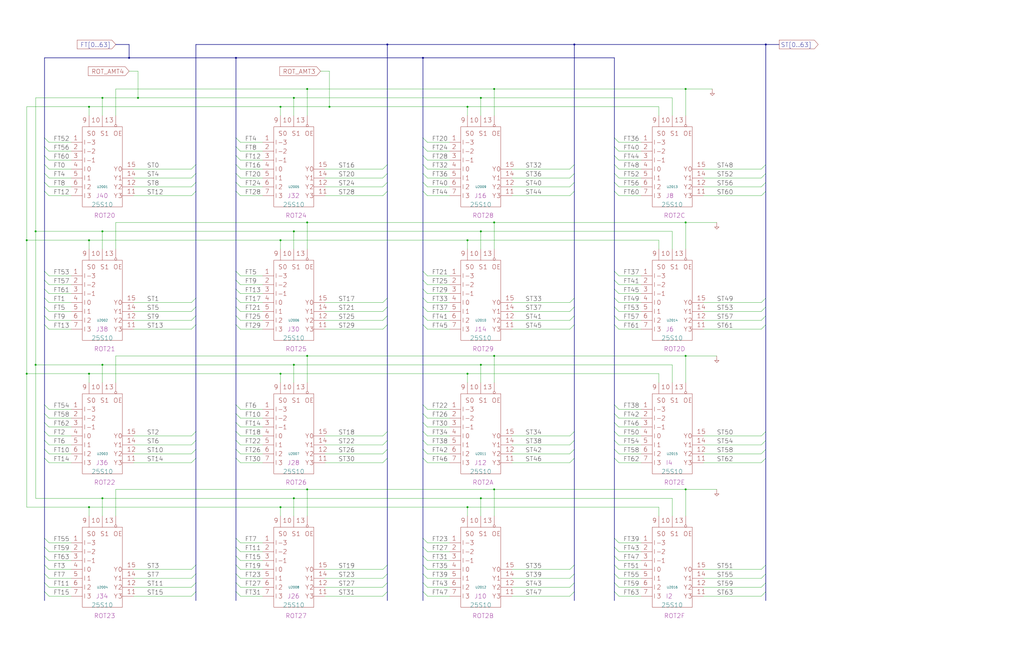
<source format=kicad_sch>
(kicad_sch (version 20211123) (generator eeschema)
  (paper "User" 584.2 378.46)
  (title_block (title "ROTATOR TIER 2") (date "20-MAR-90") (rev "1.0") (comment 1 "FIU") (comment 2 "232-003065") (comment 3 "S400") (comment 4 "RELEASED"))
  (bus (pts (xy 111.76 104.14) (xy 111.76 109.22)))
  (bus (pts (xy 111.76 109.22) (xy 111.76 170.18)))
  (bus (pts (xy 111.76 170.18) (xy 111.76 175.26)))
  (bus (pts (xy 111.76 175.26) (xy 111.76 180.34)))
  (bus (pts (xy 111.76 180.34) (xy 111.76 185.42)))
  (bus (pts (xy 111.76 185.42) (xy 111.76 246.38)))
  (bus (pts (xy 111.76 246.38) (xy 111.76 251.46)))
  (bus (pts (xy 111.76 25.4) (xy 111.76 93.98)))
  (bus (pts (xy 111.76 25.4) (xy 220.98 25.4)))
  (bus (pts (xy 111.76 251.46) (xy 111.76 256.54)))
  (bus (pts (xy 111.76 256.54) (xy 111.76 261.62)))
  (bus (pts (xy 111.76 261.62) (xy 111.76 322.58)))
  (bus (pts (xy 111.76 322.58) (xy 111.76 327.66)))
  (bus (pts (xy 111.76 327.66) (xy 111.76 332.74)))
  (bus (pts (xy 111.76 332.74) (xy 111.76 337.82)))
  (bus (pts (xy 111.76 337.82) (xy 111.76 342.9)))
  (bus (pts (xy 111.76 93.98) (xy 111.76 99.06)))
  (bus (pts (xy 111.76 99.06) (xy 111.76 104.14)))
  (bus (pts (xy 134.62 104.14) (xy 134.62 109.22)))
  (bus (pts (xy 134.62 109.22) (xy 134.62 154.94)))
  (bus (pts (xy 134.62 154.94) (xy 134.62 160.02)))
  (bus (pts (xy 134.62 160.02) (xy 134.62 165.1)))
  (bus (pts (xy 134.62 165.1) (xy 134.62 170.18)))
  (bus (pts (xy 134.62 170.18) (xy 134.62 175.26)))
  (bus (pts (xy 134.62 175.26) (xy 134.62 180.34)))
  (bus (pts (xy 134.62 180.34) (xy 134.62 185.42)))
  (bus (pts (xy 134.62 185.42) (xy 134.62 231.14)))
  (bus (pts (xy 134.62 231.14) (xy 134.62 236.22)))
  (bus (pts (xy 134.62 236.22) (xy 134.62 241.3)))
  (bus (pts (xy 134.62 241.3) (xy 134.62 246.38)))
  (bus (pts (xy 134.62 246.38) (xy 134.62 251.46)))
  (bus (pts (xy 134.62 251.46) (xy 134.62 256.54)))
  (bus (pts (xy 134.62 256.54) (xy 134.62 261.62)))
  (bus (pts (xy 134.62 261.62) (xy 134.62 307.34)))
  (bus (pts (xy 134.62 307.34) (xy 134.62 312.42)))
  (bus (pts (xy 134.62 312.42) (xy 134.62 317.5)))
  (bus (pts (xy 134.62 317.5) (xy 134.62 322.58)))
  (bus (pts (xy 134.62 322.58) (xy 134.62 327.66)))
  (bus (pts (xy 134.62 327.66) (xy 134.62 332.74)))
  (bus (pts (xy 134.62 33.02) (xy 134.62 78.74)))
  (bus (pts (xy 134.62 33.02) (xy 241.3 33.02)))
  (bus (pts (xy 134.62 332.74) (xy 134.62 337.82)))
  (bus (pts (xy 134.62 337.82) (xy 134.62 342.9)))
  (bus (pts (xy 134.62 78.74) (xy 134.62 83.82)))
  (bus (pts (xy 134.62 83.82) (xy 134.62 88.9)))
  (bus (pts (xy 134.62 88.9) (xy 134.62 93.98)))
  (bus (pts (xy 134.62 93.98) (xy 134.62 99.06)))
  (bus (pts (xy 134.62 99.06) (xy 134.62 104.14)))
  (bus (pts (xy 220.98 104.14) (xy 220.98 109.22)))
  (bus (pts (xy 220.98 109.22) (xy 220.98 170.18)))
  (bus (pts (xy 220.98 170.18) (xy 220.98 175.26)))
  (bus (pts (xy 220.98 175.26) (xy 220.98 180.34)))
  (bus (pts (xy 220.98 180.34) (xy 220.98 185.42)))
  (bus (pts (xy 220.98 185.42) (xy 220.98 246.38)))
  (bus (pts (xy 220.98 246.38) (xy 220.98 251.46)))
  (bus (pts (xy 220.98 25.4) (xy 220.98 93.98)))
  (bus (pts (xy 220.98 25.4) (xy 327.66 25.4)))
  (bus (pts (xy 220.98 251.46) (xy 220.98 256.54)))
  (bus (pts (xy 220.98 256.54) (xy 220.98 261.62)))
  (bus (pts (xy 220.98 261.62) (xy 220.98 322.58)))
  (bus (pts (xy 220.98 322.58) (xy 220.98 327.66)))
  (bus (pts (xy 220.98 327.66) (xy 220.98 332.74)))
  (bus (pts (xy 220.98 332.74) (xy 220.98 337.82)))
  (bus (pts (xy 220.98 337.82) (xy 220.98 342.9)))
  (bus (pts (xy 220.98 93.98) (xy 220.98 99.06)))
  (bus (pts (xy 220.98 99.06) (xy 220.98 104.14)))
  (bus (pts (xy 241.3 104.14) (xy 241.3 109.22)))
  (bus (pts (xy 241.3 109.22) (xy 241.3 154.94)))
  (bus (pts (xy 241.3 154.94) (xy 241.3 160.02)))
  (bus (pts (xy 241.3 160.02) (xy 241.3 165.1)))
  (bus (pts (xy 241.3 165.1) (xy 241.3 170.18)))
  (bus (pts (xy 241.3 170.18) (xy 241.3 175.26)))
  (bus (pts (xy 241.3 175.26) (xy 241.3 180.34)))
  (bus (pts (xy 241.3 180.34) (xy 241.3 185.42)))
  (bus (pts (xy 241.3 185.42) (xy 241.3 231.14)))
  (bus (pts (xy 241.3 231.14) (xy 241.3 236.22)))
  (bus (pts (xy 241.3 236.22) (xy 241.3 241.3)))
  (bus (pts (xy 241.3 241.3) (xy 241.3 246.38)))
  (bus (pts (xy 241.3 246.38) (xy 241.3 251.46)))
  (bus (pts (xy 241.3 251.46) (xy 241.3 256.54)))
  (bus (pts (xy 241.3 256.54) (xy 241.3 261.62)))
  (bus (pts (xy 241.3 261.62) (xy 241.3 307.34)))
  (bus (pts (xy 241.3 307.34) (xy 241.3 312.42)))
  (bus (pts (xy 241.3 312.42) (xy 241.3 317.5)))
  (bus (pts (xy 241.3 317.5) (xy 241.3 322.58)))
  (bus (pts (xy 241.3 322.58) (xy 241.3 327.66)))
  (bus (pts (xy 241.3 327.66) (xy 241.3 332.74)))
  (bus (pts (xy 241.3 33.02) (xy 241.3 78.74)))
  (bus (pts (xy 241.3 33.02) (xy 350.52 33.02)))
  (bus (pts (xy 241.3 332.74) (xy 241.3 337.82)))
  (bus (pts (xy 241.3 337.82) (xy 241.3 342.9)))
  (bus (pts (xy 241.3 78.74) (xy 241.3 83.82)))
  (bus (pts (xy 241.3 83.82) (xy 241.3 88.9)))
  (bus (pts (xy 241.3 88.9) (xy 241.3 93.98)))
  (bus (pts (xy 241.3 93.98) (xy 241.3 99.06)))
  (bus (pts (xy 241.3 99.06) (xy 241.3 104.14)))
  (bus (pts (xy 25.4 104.14) (xy 25.4 109.22)))
  (bus (pts (xy 25.4 109.22) (xy 25.4 154.94)))
  (bus (pts (xy 25.4 154.94) (xy 25.4 160.02)))
  (bus (pts (xy 25.4 160.02) (xy 25.4 165.1)))
  (bus (pts (xy 25.4 165.1) (xy 25.4 170.18)))
  (bus (pts (xy 25.4 170.18) (xy 25.4 175.26)))
  (bus (pts (xy 25.4 175.26) (xy 25.4 180.34)))
  (bus (pts (xy 25.4 180.34) (xy 25.4 185.42)))
  (bus (pts (xy 25.4 185.42) (xy 25.4 231.14)))
  (bus (pts (xy 25.4 231.14) (xy 25.4 236.22)))
  (bus (pts (xy 25.4 236.22) (xy 25.4 241.3)))
  (bus (pts (xy 25.4 241.3) (xy 25.4 246.38)))
  (bus (pts (xy 25.4 246.38) (xy 25.4 251.46)))
  (bus (pts (xy 25.4 251.46) (xy 25.4 256.54)))
  (bus (pts (xy 25.4 256.54) (xy 25.4 261.62)))
  (bus (pts (xy 25.4 261.62) (xy 25.4 307.34)))
  (bus (pts (xy 25.4 307.34) (xy 25.4 312.42)))
  (bus (pts (xy 25.4 312.42) (xy 25.4 317.5)))
  (bus (pts (xy 25.4 317.5) (xy 25.4 322.58)))
  (bus (pts (xy 25.4 322.58) (xy 25.4 327.66)))
  (bus (pts (xy 25.4 327.66) (xy 25.4 332.74)))
  (bus (pts (xy 25.4 33.02) (xy 25.4 78.74)))
  (bus (pts (xy 25.4 33.02) (xy 73.66 33.02)))
  (bus (pts (xy 25.4 332.74) (xy 25.4 337.82)))
  (bus (pts (xy 25.4 337.82) (xy 25.4 342.9)))
  (bus (pts (xy 25.4 78.74) (xy 25.4 83.82)))
  (bus (pts (xy 25.4 83.82) (xy 25.4 88.9)))
  (bus (pts (xy 25.4 88.9) (xy 25.4 93.98)))
  (bus (pts (xy 25.4 93.98) (xy 25.4 99.06)))
  (bus (pts (xy 25.4 99.06) (xy 25.4 104.14)))
  (bus (pts (xy 327.66 104.14) (xy 327.66 109.22)))
  (bus (pts (xy 327.66 109.22) (xy 327.66 170.18)))
  (bus (pts (xy 327.66 170.18) (xy 327.66 175.26)))
  (bus (pts (xy 327.66 175.26) (xy 327.66 180.34)))
  (bus (pts (xy 327.66 180.34) (xy 327.66 185.42)))
  (bus (pts (xy 327.66 185.42) (xy 327.66 246.38)))
  (bus (pts (xy 327.66 246.38) (xy 327.66 251.46)))
  (bus (pts (xy 327.66 25.4) (xy 327.66 93.98)))
  (bus (pts (xy 327.66 25.4) (xy 436.88 25.4)))
  (bus (pts (xy 327.66 251.46) (xy 327.66 256.54)))
  (bus (pts (xy 327.66 256.54) (xy 327.66 261.62)))
  (bus (pts (xy 327.66 261.62) (xy 327.66 322.58)))
  (bus (pts (xy 327.66 322.58) (xy 327.66 327.66)))
  (bus (pts (xy 327.66 327.66) (xy 327.66 332.74)))
  (bus (pts (xy 327.66 332.74) (xy 327.66 337.82)))
  (bus (pts (xy 327.66 337.82) (xy 327.66 342.9)))
  (bus (pts (xy 327.66 93.98) (xy 327.66 99.06)))
  (bus (pts (xy 327.66 99.06) (xy 327.66 104.14)))
  (bus (pts (xy 350.52 104.14) (xy 350.52 109.22)))
  (bus (pts (xy 350.52 109.22) (xy 350.52 154.94)))
  (bus (pts (xy 350.52 154.94) (xy 350.52 160.02)))
  (bus (pts (xy 350.52 160.02) (xy 350.52 165.1)))
  (bus (pts (xy 350.52 165.1) (xy 350.52 170.18)))
  (bus (pts (xy 350.52 170.18) (xy 350.52 175.26)))
  (bus (pts (xy 350.52 175.26) (xy 350.52 180.34)))
  (bus (pts (xy 350.52 180.34) (xy 350.52 185.42)))
  (bus (pts (xy 350.52 185.42) (xy 350.52 231.14)))
  (bus (pts (xy 350.52 231.14) (xy 350.52 236.22)))
  (bus (pts (xy 350.52 236.22) (xy 350.52 241.3)))
  (bus (pts (xy 350.52 241.3) (xy 350.52 246.38)))
  (bus (pts (xy 350.52 246.38) (xy 350.52 251.46)))
  (bus (pts (xy 350.52 251.46) (xy 350.52 256.54)))
  (bus (pts (xy 350.52 256.54) (xy 350.52 261.62)))
  (bus (pts (xy 350.52 261.62) (xy 350.52 307.34)))
  (bus (pts (xy 350.52 307.34) (xy 350.52 312.42)))
  (bus (pts (xy 350.52 312.42) (xy 350.52 317.5)))
  (bus (pts (xy 350.52 317.5) (xy 350.52 322.58)))
  (bus (pts (xy 350.52 322.58) (xy 350.52 327.66)))
  (bus (pts (xy 350.52 327.66) (xy 350.52 332.74)))
  (bus (pts (xy 350.52 33.02) (xy 350.52 78.74)))
  (bus (pts (xy 350.52 332.74) (xy 350.52 337.82)))
  (bus (pts (xy 350.52 337.82) (xy 350.52 342.9)))
  (bus (pts (xy 350.52 78.74) (xy 350.52 83.82)))
  (bus (pts (xy 350.52 83.82) (xy 350.52 88.9)))
  (bus (pts (xy 350.52 88.9) (xy 350.52 93.98)))
  (bus (pts (xy 350.52 93.98) (xy 350.52 99.06)))
  (bus (pts (xy 350.52 99.06) (xy 350.52 104.14)))
  (bus (pts (xy 436.88 104.14) (xy 436.88 109.22)))
  (bus (pts (xy 436.88 109.22) (xy 436.88 170.18)))
  (bus (pts (xy 436.88 170.18) (xy 436.88 175.26)))
  (bus (pts (xy 436.88 175.26) (xy 436.88 180.34)))
  (bus (pts (xy 436.88 180.34) (xy 436.88 185.42)))
  (bus (pts (xy 436.88 185.42) (xy 436.88 246.38)))
  (bus (pts (xy 436.88 246.38) (xy 436.88 251.46)))
  (bus (pts (xy 436.88 25.4) (xy 436.88 93.98)))
  (bus (pts (xy 436.88 25.4) (xy 444.5 25.4)))
  (bus (pts (xy 436.88 251.46) (xy 436.88 256.54)))
  (bus (pts (xy 436.88 256.54) (xy 436.88 261.62)))
  (bus (pts (xy 436.88 261.62) (xy 436.88 322.58)))
  (bus (pts (xy 436.88 322.58) (xy 436.88 327.66)))
  (bus (pts (xy 436.88 327.66) (xy 436.88 332.74)))
  (bus (pts (xy 436.88 332.74) (xy 436.88 337.82)))
  (bus (pts (xy 436.88 337.82) (xy 436.88 342.9)))
  (bus (pts (xy 436.88 93.98) (xy 436.88 99.06)))
  (bus (pts (xy 436.88 99.06) (xy 436.88 104.14)))
  (bus (pts (xy 66.04 25.4) (xy 73.66 25.4)))
  (bus (pts (xy 73.66 25.4) (xy 73.66 33.02)))
  (bus (pts (xy 73.66 33.02) (xy 134.62 33.02)))
  (wire (pts (xy 137.16 101.6) (xy 149.86 101.6)))
  (wire (pts (xy 137.16 106.68) (xy 149.86 106.68)))
  (wire (pts (xy 137.16 111.76) (xy 149.86 111.76)))
  (wire (pts (xy 137.16 157.48) (xy 149.86 157.48)))
  (wire (pts (xy 137.16 162.56) (xy 149.86 162.56)))
  (wire (pts (xy 137.16 167.64) (xy 149.86 167.64)))
  (wire (pts (xy 137.16 172.72) (xy 149.86 172.72)))
  (wire (pts (xy 137.16 177.8) (xy 149.86 177.8)))
  (wire (pts (xy 137.16 182.88) (xy 149.86 182.88)))
  (wire (pts (xy 137.16 187.96) (xy 149.86 187.96)))
  (wire (pts (xy 137.16 233.68) (xy 149.86 233.68)))
  (wire (pts (xy 137.16 238.76) (xy 149.86 238.76)))
  (wire (pts (xy 137.16 243.84) (xy 149.86 243.84)))
  (wire (pts (xy 137.16 248.92) (xy 149.86 248.92)))
  (wire (pts (xy 137.16 254) (xy 149.86 254)))
  (wire (pts (xy 137.16 259.08) (xy 149.86 259.08)))
  (wire (pts (xy 137.16 264.16) (xy 149.86 264.16)))
  (wire (pts (xy 137.16 309.88) (xy 149.86 309.88)))
  (wire (pts (xy 137.16 314.96) (xy 149.86 314.96)))
  (wire (pts (xy 137.16 320.04) (xy 149.86 320.04)))
  (wire (pts (xy 137.16 325.12) (xy 149.86 325.12)))
  (wire (pts (xy 137.16 330.2) (xy 149.86 330.2)))
  (wire (pts (xy 137.16 335.28) (xy 149.86 335.28)))
  (wire (pts (xy 137.16 340.36) (xy 149.86 340.36)))
  (wire (pts (xy 137.16 81.28) (xy 149.86 81.28)))
  (wire (pts (xy 137.16 86.36) (xy 149.86 86.36)))
  (wire (pts (xy 137.16 91.44) (xy 149.86 91.44)))
  (wire (pts (xy 137.16 96.52) (xy 149.86 96.52)))
  (wire (pts (xy 15.24 137.16) (xy 15.24 60.96)))
  (wire (pts (xy 15.24 137.16) (xy 50.8 137.16)))
  (wire (pts (xy 15.24 213.36) (xy 15.24 137.16)))
  (wire (pts (xy 15.24 213.36) (xy 50.8 213.36)))
  (wire (pts (xy 15.24 289.56) (xy 15.24 213.36)))
  (wire (pts (xy 15.24 60.96) (xy 50.8 60.96)))
  (wire (pts (xy 160.02 137.16) (xy 160.02 142.24)))
  (wire (pts (xy 160.02 137.16) (xy 266.7 137.16)))
  (wire (pts (xy 160.02 213.36) (xy 160.02 218.44)))
  (wire (pts (xy 160.02 213.36) (xy 266.7 213.36)))
  (wire (pts (xy 160.02 289.56) (xy 160.02 294.64)))
  (wire (pts (xy 160.02 289.56) (xy 50.8 289.56)))
  (wire (pts (xy 160.02 60.96) (xy 160.02 66.04)))
  (wire (pts (xy 160.02 60.96) (xy 187.96 60.96)))
  (wire (pts (xy 167.64 132.08) (xy 167.64 142.24)))
  (wire (pts (xy 167.64 132.08) (xy 274.32 132.08)))
  (wire (pts (xy 167.64 208.28) (xy 167.64 218.44)))
  (wire (pts (xy 167.64 208.28) (xy 58.42 208.28)))
  (wire (pts (xy 167.64 284.48) (xy 167.64 294.64)))
  (wire (pts (xy 167.64 284.48) (xy 58.42 284.48)))
  (wire (pts (xy 167.64 55.88) (xy 167.64 66.04)))
  (wire (pts (xy 167.64 55.88) (xy 274.32 55.88)))
  (wire (pts (xy 175.26 127) (xy 175.26 142.24)))
  (wire (pts (xy 175.26 127) (xy 281.94 127)))
  (wire (pts (xy 175.26 203.2) (xy 175.26 218.44)))
  (wire (pts (xy 175.26 203.2) (xy 281.94 203.2)))
  (wire (pts (xy 175.26 279.4) (xy 175.26 294.64)))
  (wire (pts (xy 175.26 279.4) (xy 281.94 279.4)))
  (wire (pts (xy 175.26 50.8) (xy 175.26 66.04)))
  (wire (pts (xy 175.26 50.8) (xy 281.94 50.8)))
  (wire (pts (xy 182.88 40.64) (xy 187.96 40.64)))
  (wire (pts (xy 185.42 101.6) (xy 218.44 101.6)))
  (wire (pts (xy 185.42 106.68) (xy 218.44 106.68)))
  (wire (pts (xy 185.42 111.76) (xy 218.44 111.76)))
  (wire (pts (xy 185.42 172.72) (xy 218.44 172.72)))
  (wire (pts (xy 185.42 177.8) (xy 218.44 177.8)))
  (wire (pts (xy 185.42 182.88) (xy 218.44 182.88)))
  (wire (pts (xy 185.42 187.96) (xy 218.44 187.96)))
  (wire (pts (xy 185.42 248.92) (xy 218.44 248.92)))
  (wire (pts (xy 185.42 254) (xy 218.44 254)))
  (wire (pts (xy 185.42 259.08) (xy 218.44 259.08)))
  (wire (pts (xy 185.42 264.16) (xy 218.44 264.16)))
  (wire (pts (xy 185.42 325.12) (xy 218.44 325.12)))
  (wire (pts (xy 185.42 330.2) (xy 218.44 330.2)))
  (wire (pts (xy 185.42 335.28) (xy 218.44 335.28)))
  (wire (pts (xy 185.42 340.36) (xy 218.44 340.36)))
  (wire (pts (xy 185.42 96.52) (xy 218.44 96.52)))
  (wire (pts (xy 187.96 40.64) (xy 187.96 60.96)))
  (wire (pts (xy 187.96 60.96) (xy 266.7 60.96)))
  (wire (pts (xy 20.32 132.08) (xy 20.32 208.28)))
  (wire (pts (xy 20.32 132.08) (xy 20.32 55.88)))
  (wire (pts (xy 20.32 132.08) (xy 58.42 132.08)))
  (wire (pts (xy 20.32 208.28) (xy 20.32 284.48)))
  (wire (pts (xy 20.32 55.88) (xy 58.42 55.88)))
  (wire (pts (xy 243.84 101.6) (xy 256.54 101.6)))
  (wire (pts (xy 243.84 106.68) (xy 256.54 106.68)))
  (wire (pts (xy 243.84 111.76) (xy 256.54 111.76)))
  (wire (pts (xy 243.84 157.48) (xy 256.54 157.48)))
  (wire (pts (xy 243.84 162.56) (xy 256.54 162.56)))
  (wire (pts (xy 243.84 167.64) (xy 256.54 167.64)))
  (wire (pts (xy 243.84 172.72) (xy 256.54 172.72)))
  (wire (pts (xy 243.84 177.8) (xy 256.54 177.8)))
  (wire (pts (xy 243.84 182.88) (xy 256.54 182.88)))
  (wire (pts (xy 243.84 187.96) (xy 256.54 187.96)))
  (wire (pts (xy 243.84 233.68) (xy 256.54 233.68)))
  (wire (pts (xy 243.84 238.76) (xy 256.54 238.76)))
  (wire (pts (xy 243.84 243.84) (xy 256.54 243.84)))
  (wire (pts (xy 243.84 248.92) (xy 256.54 248.92)))
  (wire (pts (xy 243.84 254) (xy 256.54 254)))
  (wire (pts (xy 243.84 259.08) (xy 256.54 259.08)))
  (wire (pts (xy 243.84 264.16) (xy 256.54 264.16)))
  (wire (pts (xy 243.84 309.88) (xy 256.54 309.88)))
  (wire (pts (xy 243.84 314.96) (xy 256.54 314.96)))
  (wire (pts (xy 243.84 320.04) (xy 256.54 320.04)))
  (wire (pts (xy 243.84 325.12) (xy 256.54 325.12)))
  (wire (pts (xy 243.84 330.2) (xy 256.54 330.2)))
  (wire (pts (xy 243.84 335.28) (xy 256.54 335.28)))
  (wire (pts (xy 243.84 340.36) (xy 256.54 340.36)))
  (wire (pts (xy 243.84 81.28) (xy 256.54 81.28)))
  (wire (pts (xy 243.84 86.36) (xy 256.54 86.36)))
  (wire (pts (xy 243.84 91.44) (xy 256.54 91.44)))
  (wire (pts (xy 243.84 96.52) (xy 256.54 96.52)))
  (wire (pts (xy 266.7 137.16) (xy 266.7 142.24)))
  (wire (pts (xy 266.7 137.16) (xy 375.92 137.16)))
  (wire (pts (xy 266.7 213.36) (xy 266.7 218.44)))
  (wire (pts (xy 266.7 213.36) (xy 375.92 213.36)))
  (wire (pts (xy 266.7 289.56) (xy 160.02 289.56)))
  (wire (pts (xy 266.7 289.56) (xy 266.7 294.64)))
  (wire (pts (xy 266.7 60.96) (xy 266.7 66.04)))
  (wire (pts (xy 266.7 60.96) (xy 375.92 60.96)))
  (wire (pts (xy 27.94 101.6) (xy 40.64 101.6)))
  (wire (pts (xy 27.94 106.68) (xy 40.64 106.68)))
  (wire (pts (xy 27.94 111.76) (xy 40.64 111.76)))
  (wire (pts (xy 27.94 157.48) (xy 40.64 157.48)))
  (wire (pts (xy 27.94 162.56) (xy 40.64 162.56)))
  (wire (pts (xy 27.94 167.64) (xy 40.64 167.64)))
  (wire (pts (xy 27.94 172.72) (xy 40.64 172.72)))
  (wire (pts (xy 27.94 177.8) (xy 40.64 177.8)))
  (wire (pts (xy 27.94 182.88) (xy 40.64 182.88)))
  (wire (pts (xy 27.94 187.96) (xy 40.64 187.96)))
  (wire (pts (xy 27.94 233.68) (xy 40.64 233.68)))
  (wire (pts (xy 27.94 238.76) (xy 40.64 238.76)))
  (wire (pts (xy 27.94 243.84) (xy 40.64 243.84)))
  (wire (pts (xy 27.94 248.92) (xy 40.64 248.92)))
  (wire (pts (xy 27.94 254) (xy 40.64 254)))
  (wire (pts (xy 27.94 259.08) (xy 40.64 259.08)))
  (wire (pts (xy 27.94 264.16) (xy 40.64 264.16)))
  (wire (pts (xy 27.94 309.88) (xy 40.64 309.88)))
  (wire (pts (xy 27.94 314.96) (xy 40.64 314.96)))
  (wire (pts (xy 27.94 320.04) (xy 40.64 320.04)))
  (wire (pts (xy 27.94 325.12) (xy 40.64 325.12)))
  (wire (pts (xy 27.94 330.2) (xy 40.64 330.2)))
  (wire (pts (xy 27.94 335.28) (xy 40.64 335.28)))
  (wire (pts (xy 27.94 340.36) (xy 40.64 340.36)))
  (wire (pts (xy 27.94 81.28) (xy 40.64 81.28)))
  (wire (pts (xy 27.94 86.36) (xy 40.64 86.36)))
  (wire (pts (xy 27.94 91.44) (xy 40.64 91.44)))
  (wire (pts (xy 27.94 96.52) (xy 40.64 96.52)))
  (wire (pts (xy 274.32 132.08) (xy 274.32 142.24)))
  (wire (pts (xy 274.32 132.08) (xy 383.54 132.08)))
  (wire (pts (xy 274.32 208.28) (xy 167.64 208.28)))
  (wire (pts (xy 274.32 208.28) (xy 274.32 218.44)))
  (wire (pts (xy 274.32 284.48) (xy 167.64 284.48)))
  (wire (pts (xy 274.32 284.48) (xy 274.32 294.64)))
  (wire (pts (xy 274.32 55.88) (xy 274.32 66.04)))
  (wire (pts (xy 274.32 55.88) (xy 383.54 55.88)))
  (wire (pts (xy 281.94 127) (xy 281.94 142.24)))
  (wire (pts (xy 281.94 127) (xy 391.16 127)))
  (wire (pts (xy 281.94 203.2) (xy 281.94 218.44)))
  (wire (pts (xy 281.94 203.2) (xy 391.16 203.2)))
  (wire (pts (xy 281.94 279.4) (xy 281.94 294.64)))
  (wire (pts (xy 281.94 279.4) (xy 391.16 279.4)))
  (wire (pts (xy 281.94 50.8) (xy 281.94 66.04)))
  (wire (pts (xy 281.94 50.8) (xy 391.16 50.8)))
  (wire (pts (xy 292.1 101.6) (xy 325.12 101.6)))
  (wire (pts (xy 292.1 106.68) (xy 325.12 106.68)))
  (wire (pts (xy 292.1 111.76) (xy 325.12 111.76)))
  (wire (pts (xy 292.1 172.72) (xy 325.12 172.72)))
  (wire (pts (xy 292.1 177.8) (xy 325.12 177.8)))
  (wire (pts (xy 292.1 182.88) (xy 325.12 182.88)))
  (wire (pts (xy 292.1 187.96) (xy 325.12 187.96)))
  (wire (pts (xy 292.1 248.92) (xy 325.12 248.92)))
  (wire (pts (xy 292.1 254) (xy 325.12 254)))
  (wire (pts (xy 292.1 259.08) (xy 325.12 259.08)))
  (wire (pts (xy 292.1 264.16) (xy 325.12 264.16)))
  (wire (pts (xy 292.1 325.12) (xy 325.12 325.12)))
  (wire (pts (xy 292.1 330.2) (xy 325.12 330.2)))
  (wire (pts (xy 292.1 335.28) (xy 325.12 335.28)))
  (wire (pts (xy 292.1 340.36) (xy 325.12 340.36)))
  (wire (pts (xy 292.1 96.52) (xy 325.12 96.52)))
  (wire (pts (xy 353.06 101.6) (xy 365.76 101.6)))
  (wire (pts (xy 353.06 106.68) (xy 365.76 106.68)))
  (wire (pts (xy 353.06 111.76) (xy 365.76 111.76)))
  (wire (pts (xy 353.06 157.48) (xy 365.76 157.48)))
  (wire (pts (xy 353.06 162.56) (xy 365.76 162.56)))
  (wire (pts (xy 353.06 167.64) (xy 365.76 167.64)))
  (wire (pts (xy 353.06 172.72) (xy 365.76 172.72)))
  (wire (pts (xy 353.06 177.8) (xy 365.76 177.8)))
  (wire (pts (xy 353.06 182.88) (xy 365.76 182.88)))
  (wire (pts (xy 353.06 187.96) (xy 365.76 187.96)))
  (wire (pts (xy 353.06 233.68) (xy 365.76 233.68)))
  (wire (pts (xy 353.06 238.76) (xy 365.76 238.76)))
  (wire (pts (xy 353.06 243.84) (xy 365.76 243.84)))
  (wire (pts (xy 353.06 248.92) (xy 365.76 248.92)))
  (wire (pts (xy 353.06 254) (xy 365.76 254)))
  (wire (pts (xy 353.06 259.08) (xy 365.76 259.08)))
  (wire (pts (xy 353.06 264.16) (xy 365.76 264.16)))
  (wire (pts (xy 353.06 309.88) (xy 365.76 309.88)))
  (wire (pts (xy 353.06 314.96) (xy 365.76 314.96)))
  (wire (pts (xy 353.06 320.04) (xy 365.76 320.04)))
  (wire (pts (xy 353.06 325.12) (xy 365.76 325.12)))
  (wire (pts (xy 353.06 330.2) (xy 365.76 330.2)))
  (wire (pts (xy 353.06 335.28) (xy 365.76 335.28)))
  (wire (pts (xy 353.06 340.36) (xy 365.76 340.36)))
  (wire (pts (xy 353.06 81.28) (xy 365.76 81.28)))
  (wire (pts (xy 353.06 86.36) (xy 365.76 86.36)))
  (wire (pts (xy 353.06 91.44) (xy 365.76 91.44)))
  (wire (pts (xy 353.06 96.52) (xy 365.76 96.52)))
  (wire (pts (xy 375.92 137.16) (xy 375.92 142.24)))
  (wire (pts (xy 375.92 213.36) (xy 375.92 218.44)))
  (wire (pts (xy 375.92 289.56) (xy 266.7 289.56)))
  (wire (pts (xy 375.92 289.56) (xy 375.92 294.64)))
  (wire (pts (xy 375.92 60.96) (xy 375.92 66.04)))
  (wire (pts (xy 383.54 132.08) (xy 383.54 142.24)))
  (wire (pts (xy 383.54 208.28) (xy 274.32 208.28)))
  (wire (pts (xy 383.54 208.28) (xy 383.54 218.44)))
  (wire (pts (xy 383.54 284.48) (xy 274.32 284.48)))
  (wire (pts (xy 383.54 284.48) (xy 383.54 294.64)))
  (wire (pts (xy 383.54 55.88) (xy 383.54 66.04)))
  (wire (pts (xy 391.16 127) (xy 391.16 142.24)))
  (wire (pts (xy 391.16 127) (xy 408.94 127)))
  (wire (pts (xy 391.16 203.2) (xy 391.16 218.44)))
  (wire (pts (xy 391.16 203.2) (xy 408.94 203.2)))
  (wire (pts (xy 391.16 279.4) (xy 391.16 294.64)))
  (wire (pts (xy 391.16 279.4) (xy 408.94 279.4)))
  (wire (pts (xy 391.16 50.8) (xy 391.16 66.04)))
  (wire (pts (xy 391.16 50.8) (xy 406.4 50.8)))
  (wire (pts (xy 401.32 101.6) (xy 434.34 101.6)))
  (wire (pts (xy 401.32 106.68) (xy 434.34 106.68)))
  (wire (pts (xy 401.32 111.76) (xy 434.34 111.76)))
  (wire (pts (xy 401.32 172.72) (xy 434.34 172.72)))
  (wire (pts (xy 401.32 177.8) (xy 434.34 177.8)))
  (wire (pts (xy 401.32 182.88) (xy 434.34 182.88)))
  (wire (pts (xy 401.32 187.96) (xy 434.34 187.96)))
  (wire (pts (xy 401.32 248.92) (xy 434.34 248.92)))
  (wire (pts (xy 401.32 254) (xy 434.34 254)))
  (wire (pts (xy 401.32 259.08) (xy 434.34 259.08)))
  (wire (pts (xy 401.32 264.16) (xy 434.34 264.16)))
  (wire (pts (xy 401.32 325.12) (xy 434.34 325.12)))
  (wire (pts (xy 401.32 330.2) (xy 434.34 330.2)))
  (wire (pts (xy 401.32 335.28) (xy 434.34 335.28)))
  (wire (pts (xy 401.32 340.36) (xy 434.34 340.36)))
  (wire (pts (xy 401.32 96.52) (xy 434.34 96.52)))
  (wire (pts (xy 50.8 137.16) (xy 160.02 137.16)))
  (wire (pts (xy 50.8 137.16) (xy 50.8 142.24)))
  (wire (pts (xy 50.8 213.36) (xy 160.02 213.36)))
  (wire (pts (xy 50.8 213.36) (xy 50.8 218.44)))
  (wire (pts (xy 50.8 289.56) (xy 15.24 289.56)))
  (wire (pts (xy 50.8 289.56) (xy 50.8 294.64)))
  (wire (pts (xy 50.8 60.96) (xy 160.02 60.96)))
  (wire (pts (xy 50.8 60.96) (xy 50.8 66.04)))
  (wire (pts (xy 58.42 132.08) (xy 167.64 132.08)))
  (wire (pts (xy 58.42 132.08) (xy 58.42 142.24)))
  (wire (pts (xy 58.42 208.28) (xy 20.32 208.28)))
  (wire (pts (xy 58.42 208.28) (xy 58.42 218.44)))
  (wire (pts (xy 58.42 284.48) (xy 20.32 284.48)))
  (wire (pts (xy 58.42 284.48) (xy 58.42 294.64)))
  (wire (pts (xy 58.42 55.88) (xy 58.42 66.04)))
  (wire (pts (xy 58.42 55.88) (xy 78.74 55.88)))
  (wire (pts (xy 66.04 127) (xy 175.26 127)))
  (wire (pts (xy 66.04 127) (xy 66.04 142.24)))
  (wire (pts (xy 66.04 203.2) (xy 175.26 203.2)))
  (wire (pts (xy 66.04 203.2) (xy 66.04 218.44)))
  (wire (pts (xy 66.04 279.4) (xy 175.26 279.4)))
  (wire (pts (xy 66.04 279.4) (xy 66.04 294.64)))
  (wire (pts (xy 66.04 50.8) (xy 175.26 50.8)))
  (wire (pts (xy 66.04 50.8) (xy 66.04 66.04)))
  (wire (pts (xy 73.66 40.64) (xy 78.74 40.64)))
  (wire (pts (xy 76.2 101.6) (xy 109.22 101.6)))
  (wire (pts (xy 76.2 106.68) (xy 109.22 106.68)))
  (wire (pts (xy 76.2 111.76) (xy 109.22 111.76)))
  (wire (pts (xy 76.2 172.72) (xy 109.22 172.72)))
  (wire (pts (xy 76.2 177.8) (xy 109.22 177.8)))
  (wire (pts (xy 76.2 182.88) (xy 109.22 182.88)))
  (wire (pts (xy 76.2 187.96) (xy 109.22 187.96)))
  (wire (pts (xy 76.2 248.92) (xy 109.22 248.92)))
  (wire (pts (xy 76.2 254) (xy 109.22 254)))
  (wire (pts (xy 76.2 259.08) (xy 109.22 259.08)))
  (wire (pts (xy 76.2 264.16) (xy 109.22 264.16)))
  (wire (pts (xy 76.2 325.12) (xy 109.22 325.12)))
  (wire (pts (xy 76.2 330.2) (xy 109.22 330.2)))
  (wire (pts (xy 76.2 335.28) (xy 109.22 335.28)))
  (wire (pts (xy 76.2 340.36) (xy 109.22 340.36)))
  (wire (pts (xy 76.2 96.52) (xy 109.22 96.52)))
  (wire (pts (xy 78.74 40.64) (xy 78.74 55.88)))
  (wire (pts (xy 78.74 55.88) (xy 167.64 55.88)))
  (junction (at 15.24 137.16))
  (junction (at 15.24 213.36))
  (junction (at 20.32 132.08))
  (junction (at 20.32 208.28))
  (bus_entry (at 25.4 78.74) (size 2.54 2.54))
  (bus_entry (at 25.4 83.82) (size 2.54 2.54))
  (bus_entry (at 25.4 88.9) (size 2.54 2.54))
  (bus_entry (at 25.4 93.98) (size 2.54 2.54))
  (bus_entry (at 25.4 99.06) (size 2.54 2.54))
  (bus_entry (at 25.4 104.14) (size 2.54 2.54))
  (bus_entry (at 25.4 109.22) (size 2.54 2.54))
  (bus_entry (at 25.4 154.94) (size 2.54 2.54))
  (bus_entry (at 25.4 160.02) (size 2.54 2.54))
  (bus_entry (at 25.4 165.1) (size 2.54 2.54))
  (bus_entry (at 25.4 170.18) (size 2.54 2.54))
  (bus_entry (at 25.4 175.26) (size 2.54 2.54))
  (bus_entry (at 25.4 180.34) (size 2.54 2.54))
  (bus_entry (at 25.4 185.42) (size 2.54 2.54))
  (bus_entry (at 25.4 231.14) (size 2.54 2.54))
  (bus_entry (at 25.4 236.22) (size 2.54 2.54))
  (bus_entry (at 25.4 241.3) (size 2.54 2.54))
  (bus_entry (at 25.4 246.38) (size 2.54 2.54))
  (bus_entry (at 25.4 251.46) (size 2.54 2.54))
  (bus_entry (at 25.4 256.54) (size 2.54 2.54))
  (bus_entry (at 25.4 261.62) (size 2.54 2.54))
  (bus_entry (at 25.4 307.34) (size 2.54 2.54))
  (bus_entry (at 25.4 312.42) (size 2.54 2.54))
  (bus_entry (at 25.4 317.5) (size 2.54 2.54))
  (bus_entry (at 25.4 322.58) (size 2.54 2.54))
  (bus_entry (at 25.4 327.66) (size 2.54 2.54))
  (bus_entry (at 25.4 332.74) (size 2.54 2.54))
  (bus_entry (at 25.4 337.82) (size 2.54 2.54))
  (label "FT52" (at 30.48 81.28 0) (effects (font (size 2.54 2.54))))
  (label "FT56" (at 30.48 86.36 0) (effects (font (size 2.54 2.54))))
  (label "FT60" (at 30.48 91.44 0) (effects (font (size 2.54 2.54))))
  (label "FT0" (at 30.48 96.52 0) (effects (font (size 2.54 2.54))))
  (label "FT4" (at 30.48 101.6 0) (effects (font (size 2.54 2.54))))
  (label "FT8" (at 30.48 106.68 0) (effects (font (size 2.54 2.54))))
  (label "FT12" (at 30.48 111.76 0) (effects (font (size 2.54 2.54))))
  (label "FT53" (at 30.48 157.48 0) (effects (font (size 2.54 2.54))))
  (label "FT57" (at 30.48 162.56 0) (effects (font (size 2.54 2.54))))
  (label "FT61" (at 30.48 167.64 0) (effects (font (size 2.54 2.54))))
  (label "FT1" (at 30.48 172.72 0) (effects (font (size 2.54 2.54))))
  (label "FT5" (at 30.48 177.8 0) (effects (font (size 2.54 2.54))))
  (label "FT9" (at 30.48 182.88 0) (effects (font (size 2.54 2.54))))
  (label "FT13" (at 30.48 187.96 0) (effects (font (size 2.54 2.54))))
  (label "FT54" (at 30.48 233.68 0) (effects (font (size 2.54 2.54))))
  (label "FT58" (at 30.48 238.76 0) (effects (font (size 2.54 2.54))))
  (label "FT62" (at 30.48 243.84 0) (effects (font (size 2.54 2.54))))
  (label "FT2" (at 30.48 248.92 0) (effects (font (size 2.54 2.54))))
  (label "FT6" (at 30.48 254 0) (effects (font (size 2.54 2.54))))
  (label "FT10" (at 30.48 259.08 0) (effects (font (size 2.54 2.54))))
  (label "FT14" (at 30.48 264.16 0) (effects (font (size 2.54 2.54))))
  (label "FT55" (at 30.48 309.88 0) (effects (font (size 2.54 2.54))))
  (label "FT59" (at 30.48 314.96 0) (effects (font (size 2.54 2.54))))
  (label "FT63" (at 30.48 320.04 0) (effects (font (size 2.54 2.54))))
  (label "FT3" (at 30.48 325.12 0) (effects (font (size 2.54 2.54))))
  (label "FT7" (at 30.48 330.2 0) (effects (font (size 2.54 2.54))))
  (label "FT11" (at 30.48 335.28 0) (effects (font (size 2.54 2.54))))
  (label "FT15" (at 30.48 340.36 0) (effects (font (size 2.54 2.54))))
  (junction (at 50.8 60.96))
  (junction (at 50.8 137.16))
  (junction (at 50.8 213.36))
  (junction (at 50.8 289.56))
  (symbol (lib_id "r1000:25S10") (at 55.88 111.76 0) (unit 1)
    (property "Reference" "U2001" (at 58.42 106.68 0))
    (property "Value" "25S10" (at 52.07 116.84 0) (effects (font (size 2.54 2.54)) (justify left)))
    (property "Location" "J40" (at 54.61 111.76 0) (effects (font (size 2.54 2.54)) (justify left)))
    (property "Name" "ROT20" (at 59.69 124.46 0) (effects (font (size 2.54 2.54)) (justify bottom)))
  )
  (symbol (lib_id "r1000:25S10") (at 55.88 187.96 0) (unit 1)
    (property "Reference" "U2002" (at 58.42 182.88 0))
    (property "Value" "25S10" (at 52.07 193.04 0) (effects (font (size 2.54 2.54)) (justify left)))
    (property "Location" "J38" (at 54.61 187.96 0) (effects (font (size 2.54 2.54)) (justify left)))
    (property "Name" "ROT21" (at 59.69 200.66 0) (effects (font (size 2.54 2.54)) (justify bottom)))
  )
  (symbol (lib_id "r1000:25S10") (at 55.88 264.16 0) (unit 1)
    (property "Reference" "U2003" (at 58.42 259.08 0))
    (property "Value" "25S10" (at 52.07 269.24 0) (effects (font (size 2.54 2.54)) (justify left)))
    (property "Location" "J36" (at 54.61 264.16 0) (effects (font (size 2.54 2.54)) (justify left)))
    (property "Name" "ROT22" (at 59.69 276.86 0) (effects (font (size 2.54 2.54)) (justify bottom)))
  )
  (symbol (lib_id "r1000:25S10") (at 55.88 340.36 0) (unit 1)
    (property "Reference" "U2004" (at 58.42 335.28 0))
    (property "Value" "25S10" (at 52.07 345.44 0) (effects (font (size 2.54 2.54)) (justify left)))
    (property "Location" "J34" (at 54.61 340.36 0) (effects (font (size 2.54 2.54)) (justify left)))
    (property "Name" "ROT23" (at 59.69 353.06 0) (effects (font (size 2.54 2.54)) (justify bottom)))
  )
  (junction (at 58.42 55.88))
  (junction (at 58.42 132.08))
  (junction (at 58.42 208.28))
  (junction (at 58.42 284.48))
  (global_label "FT[0..63]" (shape input) (at 66.04 25.4 180) (effects (font (size 2.54 2.54))) (property "Intersheet References" "${INTERSHEET_REFS}" (at 44.0388 25.2413 0) (effects (font (size 2.54 2.54)) (justify right))))
  (junction (at 73.66 33.02))
  (global_label "ROT_AMT4" (shape input) (at 73.66 40.64 180) (effects (font (size 2.54 2.54))) (property "Intersheet References" "${INTERSHEET_REFS}" (at 50.3283 40.4813 0) (effects (font (size 2.54 2.54)) (justify right))))
  (junction (at 78.74 55.88))
  (label "ST0" (at 83.82 96.52 0) (effects (font (size 2.54 2.54))))
  (label "ST4" (at 83.82 101.6 0) (effects (font (size 2.54 2.54))))
  (label "ST8" (at 83.82 106.68 0) (effects (font (size 2.54 2.54))))
  (label "ST12" (at 83.82 111.76 0) (effects (font (size 2.54 2.54))))
  (label "ST1" (at 83.82 172.72 0) (effects (font (size 2.54 2.54))))
  (label "ST5" (at 83.82 177.8 0) (effects (font (size 2.54 2.54))))
  (label "ST9" (at 83.82 182.88 0) (effects (font (size 2.54 2.54))))
  (label "ST13" (at 83.82 187.96 0) (effects (font (size 2.54 2.54))))
  (label "ST2" (at 83.82 248.92 0) (effects (font (size 2.54 2.54))))
  (label "ST6" (at 83.82 254 0) (effects (font (size 2.54 2.54))))
  (label "ST10" (at 83.82 259.08 0) (effects (font (size 2.54 2.54))))
  (label "ST14" (at 83.82 264.16 0) (effects (font (size 2.54 2.54))))
  (label "ST3" (at 83.82 325.12 0) (effects (font (size 2.54 2.54))))
  (label "ST7" (at 83.82 330.2 0) (effects (font (size 2.54 2.54))))
  (label "ST11" (at 83.82 335.28 0) (effects (font (size 2.54 2.54))))
  (label "ST15" (at 83.82 340.36 0) (effects (font (size 2.54 2.54))))
  (bus_entry (at 111.76 93.98) (size -2.54 2.54))
  (bus_entry (at 111.76 99.06) (size -2.54 2.54))
  (bus_entry (at 111.76 104.14) (size -2.54 2.54))
  (bus_entry (at 111.76 109.22) (size -2.54 2.54))
  (bus_entry (at 111.76 170.18) (size -2.54 2.54))
  (bus_entry (at 111.76 175.26) (size -2.54 2.54))
  (bus_entry (at 111.76 180.34) (size -2.54 2.54))
  (bus_entry (at 111.76 185.42) (size -2.54 2.54))
  (bus_entry (at 111.76 246.38) (size -2.54 2.54))
  (bus_entry (at 111.76 251.46) (size -2.54 2.54))
  (bus_entry (at 111.76 256.54) (size -2.54 2.54))
  (bus_entry (at 111.76 261.62) (size -2.54 2.54))
  (bus_entry (at 111.76 322.58) (size -2.54 2.54))
  (bus_entry (at 111.76 327.66) (size -2.54 2.54))
  (bus_entry (at 111.76 332.74) (size -2.54 2.54))
  (bus_entry (at 111.76 337.82) (size -2.54 2.54))
  (junction (at 134.62 33.02))
  (bus_entry (at 134.62 78.74) (size 2.54 2.54))
  (bus_entry (at 134.62 83.82) (size 2.54 2.54))
  (bus_entry (at 134.62 88.9) (size 2.54 2.54))
  (bus_entry (at 134.62 93.98) (size 2.54 2.54))
  (bus_entry (at 134.62 99.06) (size 2.54 2.54))
  (bus_entry (at 134.62 104.14) (size 2.54 2.54))
  (bus_entry (at 134.62 109.22) (size 2.54 2.54))
  (bus_entry (at 134.62 154.94) (size 2.54 2.54))
  (bus_entry (at 134.62 160.02) (size 2.54 2.54))
  (bus_entry (at 134.62 165.1) (size 2.54 2.54))
  (bus_entry (at 134.62 170.18) (size 2.54 2.54))
  (bus_entry (at 134.62 175.26) (size 2.54 2.54))
  (bus_entry (at 134.62 180.34) (size 2.54 2.54))
  (bus_entry (at 134.62 185.42) (size 2.54 2.54))
  (bus_entry (at 134.62 231.14) (size 2.54 2.54))
  (bus_entry (at 134.62 236.22) (size 2.54 2.54))
  (bus_entry (at 134.62 241.3) (size 2.54 2.54))
  (bus_entry (at 134.62 246.38) (size 2.54 2.54))
  (bus_entry (at 134.62 251.46) (size 2.54 2.54))
  (bus_entry (at 134.62 256.54) (size 2.54 2.54))
  (bus_entry (at 134.62 261.62) (size 2.54 2.54))
  (bus_entry (at 134.62 307.34) (size 2.54 2.54))
  (bus_entry (at 134.62 312.42) (size 2.54 2.54))
  (bus_entry (at 134.62 317.5) (size 2.54 2.54))
  (bus_entry (at 134.62 322.58) (size 2.54 2.54))
  (bus_entry (at 134.62 327.66) (size 2.54 2.54))
  (bus_entry (at 134.62 332.74) (size 2.54 2.54))
  (bus_entry (at 134.62 337.82) (size 2.54 2.54))
  (label "FT4" (at 139.7 81.28 0) (effects (font (size 2.54 2.54))))
  (label "FT8" (at 139.7 86.36 0) (effects (font (size 2.54 2.54))))
  (label "FT12" (at 139.7 91.44 0) (effects (font (size 2.54 2.54))))
  (label "FT16" (at 139.7 96.52 0) (effects (font (size 2.54 2.54))))
  (label "FT20" (at 139.7 101.6 0) (effects (font (size 2.54 2.54))))
  (label "FT24" (at 139.7 106.68 0) (effects (font (size 2.54 2.54))))
  (label "FT28" (at 139.7 111.76 0) (effects (font (size 2.54 2.54))))
  (label "FT5" (at 139.7 157.48 0) (effects (font (size 2.54 2.54))))
  (label "FT9" (at 139.7 162.56 0) (effects (font (size 2.54 2.54))))
  (label "FT13" (at 139.7 167.64 0) (effects (font (size 2.54 2.54))))
  (label "FT17" (at 139.7 172.72 0) (effects (font (size 2.54 2.54))))
  (label "FT21" (at 139.7 177.8 0) (effects (font (size 2.54 2.54))))
  (label "FT25" (at 139.7 182.88 0) (effects (font (size 2.54 2.54))))
  (label "FT29" (at 139.7 187.96 0) (effects (font (size 2.54 2.54))))
  (label "FT6" (at 139.7 233.68 0) (effects (font (size 2.54 2.54))))
  (label "FT10" (at 139.7 238.76 0) (effects (font (size 2.54 2.54))))
  (label "FT14" (at 139.7 243.84 0) (effects (font (size 2.54 2.54))))
  (label "FT18" (at 139.7 248.92 0) (effects (font (size 2.54 2.54))))
  (label "FT22" (at 139.7 254 0) (effects (font (size 2.54 2.54))))
  (label "FT26" (at 139.7 259.08 0) (effects (font (size 2.54 2.54))))
  (label "FT30" (at 139.7 264.16 0) (effects (font (size 2.54 2.54))))
  (label "FT7" (at 139.7 309.88 0) (effects (font (size 2.54 2.54))))
  (label "FT11" (at 139.7 314.96 0) (effects (font (size 2.54 2.54))))
  (label "FT15" (at 139.7 320.04 0) (effects (font (size 2.54 2.54))))
  (label "FT19" (at 139.7 325.12 0) (effects (font (size 2.54 2.54))))
  (label "FT23" (at 139.7 330.2 0) (effects (font (size 2.54 2.54))))
  (label "FT27" (at 139.7 335.28 0) (effects (font (size 2.54 2.54))))
  (label "FT31" (at 139.7 340.36 0) (effects (font (size 2.54 2.54))))
  (junction (at 160.02 60.96))
  (junction (at 160.02 137.16))
  (junction (at 160.02 213.36))
  (junction (at 160.02 289.56))
  (symbol (lib_id "r1000:25S10") (at 165.1 111.76 0) (unit 1)
    (property "Reference" "U2005" (at 167.64 106.68 0))
    (property "Value" "25S10" (at 161.29 116.84 0) (effects (font (size 2.54 2.54)) (justify left)))
    (property "Location" "J32" (at 163.83 111.76 0) (effects (font (size 2.54 2.54)) (justify left)))
    (property "Name" "ROT24" (at 168.91 124.46 0) (effects (font (size 2.54 2.54)) (justify bottom)))
  )
  (symbol (lib_id "r1000:25S10") (at 165.1 187.96 0) (unit 1)
    (property "Reference" "U2006" (at 167.64 182.88 0))
    (property "Value" "25S10" (at 161.29 193.04 0) (effects (font (size 2.54 2.54)) (justify left)))
    (property "Location" "J30" (at 163.83 187.96 0) (effects (font (size 2.54 2.54)) (justify left)))
    (property "Name" "ROT25" (at 168.91 200.66 0) (effects (font (size 2.54 2.54)) (justify bottom)))
  )
  (symbol (lib_id "r1000:25S10") (at 165.1 264.16 0) (unit 1)
    (property "Reference" "U2007" (at 167.64 259.08 0))
    (property "Value" "25S10" (at 161.29 269.24 0) (effects (font (size 2.54 2.54)) (justify left)))
    (property "Location" "J28" (at 163.83 264.16 0) (effects (font (size 2.54 2.54)) (justify left)))
    (property "Name" "ROT26" (at 168.91 276.86 0) (effects (font (size 2.54 2.54)) (justify bottom)))
  )
  (symbol (lib_id "r1000:25S10") (at 165.1 340.36 0) (unit 1)
    (property "Reference" "U2008" (at 167.64 335.28 0))
    (property "Value" "25S10" (at 161.29 345.44 0) (effects (font (size 2.54 2.54)) (justify left)))
    (property "Location" "J26" (at 163.83 340.36 0) (effects (font (size 2.54 2.54)) (justify left)))
    (property "Name" "ROT27" (at 168.91 353.06 0) (effects (font (size 2.54 2.54)) (justify bottom)))
  )
  (junction (at 167.64 55.88))
  (junction (at 167.64 132.08))
  (junction (at 167.64 208.28))
  (junction (at 167.64 284.48))
  (junction (at 175.26 50.8))
  (junction (at 175.26 127))
  (junction (at 175.26 203.2))
  (junction (at 175.26 279.4))
  (global_label "ROT_AMT3" (shape input) (at 182.88 40.64 180) (effects (font (size 2.54 2.54))) (property "Intersheet References" "${INTERSHEET_REFS}" (at 159.5483 40.4813 0) (effects (font (size 2.54 2.54)) (justify right))))
  (junction (at 187.96 60.96))
  (label "ST16" (at 193.04 96.52 0) (effects (font (size 2.54 2.54))))
  (label "ST20" (at 193.04 101.6 0) (effects (font (size 2.54 2.54))))
  (label "ST24" (at 193.04 106.68 0) (effects (font (size 2.54 2.54))))
  (label "ST28" (at 193.04 111.76 0) (effects (font (size 2.54 2.54))))
  (label "ST17" (at 193.04 172.72 0) (effects (font (size 2.54 2.54))))
  (label "ST21" (at 193.04 177.8 0) (effects (font (size 2.54 2.54))))
  (label "ST25" (at 193.04 182.88 0) (effects (font (size 2.54 2.54))))
  (label "ST29" (at 193.04 187.96 0) (effects (font (size 2.54 2.54))))
  (label "ST18" (at 193.04 248.92 0) (effects (font (size 2.54 2.54))))
  (label "ST22" (at 193.04 254 0) (effects (font (size 2.54 2.54))))
  (label "ST26" (at 193.04 259.08 0) (effects (font (size 2.54 2.54))))
  (label "ST30" (at 193.04 264.16 0) (effects (font (size 2.54 2.54))))
  (label "ST19" (at 193.04 325.12 0) (effects (font (size 2.54 2.54))))
  (label "ST23" (at 193.04 330.2 0) (effects (font (size 2.54 2.54))))
  (label "ST27" (at 193.04 335.28 0) (effects (font (size 2.54 2.54))))
  (label "ST31" (at 193.04 340.36 0) (effects (font (size 2.54 2.54))))
  (junction (at 220.98 25.4))
  (bus_entry (at 220.98 93.98) (size -2.54 2.54))
  (bus_entry (at 220.98 99.06) (size -2.54 2.54))
  (bus_entry (at 220.98 104.14) (size -2.54 2.54))
  (bus_entry (at 220.98 109.22) (size -2.54 2.54))
  (bus_entry (at 220.98 170.18) (size -2.54 2.54))
  (bus_entry (at 220.98 175.26) (size -2.54 2.54))
  (bus_entry (at 220.98 180.34) (size -2.54 2.54))
  (bus_entry (at 220.98 185.42) (size -2.54 2.54))
  (bus_entry (at 220.98 246.38) (size -2.54 2.54))
  (bus_entry (at 220.98 251.46) (size -2.54 2.54))
  (bus_entry (at 220.98 256.54) (size -2.54 2.54))
  (bus_entry (at 220.98 261.62) (size -2.54 2.54))
  (bus_entry (at 220.98 322.58) (size -2.54 2.54))
  (bus_entry (at 220.98 327.66) (size -2.54 2.54))
  (bus_entry (at 220.98 332.74) (size -2.54 2.54))
  (bus_entry (at 220.98 337.82) (size -2.54 2.54))
  (junction (at 241.3 33.02))
  (bus_entry (at 241.3 78.74) (size 2.54 2.54))
  (bus_entry (at 241.3 83.82) (size 2.54 2.54))
  (bus_entry (at 241.3 88.9) (size 2.54 2.54))
  (bus_entry (at 241.3 93.98) (size 2.54 2.54))
  (bus_entry (at 241.3 99.06) (size 2.54 2.54))
  (bus_entry (at 241.3 104.14) (size 2.54 2.54))
  (bus_entry (at 241.3 109.22) (size 2.54 2.54))
  (bus_entry (at 241.3 154.94) (size 2.54 2.54))
  (bus_entry (at 241.3 160.02) (size 2.54 2.54))
  (bus_entry (at 241.3 165.1) (size 2.54 2.54))
  (bus_entry (at 241.3 170.18) (size 2.54 2.54))
  (bus_entry (at 241.3 175.26) (size 2.54 2.54))
  (bus_entry (at 241.3 180.34) (size 2.54 2.54))
  (bus_entry (at 241.3 185.42) (size 2.54 2.54))
  (bus_entry (at 241.3 231.14) (size 2.54 2.54))
  (bus_entry (at 241.3 236.22) (size 2.54 2.54))
  (bus_entry (at 241.3 241.3) (size 2.54 2.54))
  (bus_entry (at 241.3 246.38) (size 2.54 2.54))
  (bus_entry (at 241.3 251.46) (size 2.54 2.54))
  (bus_entry (at 241.3 256.54) (size 2.54 2.54))
  (bus_entry (at 241.3 261.62) (size 2.54 2.54))
  (bus_entry (at 241.3 307.34) (size 2.54 2.54))
  (bus_entry (at 241.3 312.42) (size 2.54 2.54))
  (bus_entry (at 241.3 317.5) (size 2.54 2.54))
  (bus_entry (at 241.3 322.58) (size 2.54 2.54))
  (bus_entry (at 241.3 327.66) (size 2.54 2.54))
  (bus_entry (at 241.3 332.74) (size 2.54 2.54))
  (bus_entry (at 241.3 337.82) (size 2.54 2.54))
  (label "FT20" (at 246.38 81.28 0) (effects (font (size 2.54 2.54))))
  (label "FT24" (at 246.38 86.36 0) (effects (font (size 2.54 2.54))))
  (label "FT28" (at 246.38 91.44 0) (effects (font (size 2.54 2.54))))
  (label "FT32" (at 246.38 96.52 0) (effects (font (size 2.54 2.54))))
  (label "FT36" (at 246.38 101.6 0) (effects (font (size 2.54 2.54))))
  (label "FT40" (at 246.38 106.68 0) (effects (font (size 2.54 2.54))))
  (label "FT44" (at 246.38 111.76 0) (effects (font (size 2.54 2.54))))
  (label "FT21" (at 246.38 157.48 0) (effects (font (size 2.54 2.54))))
  (label "FT25" (at 246.38 162.56 0) (effects (font (size 2.54 2.54))))
  (label "FT29" (at 246.38 167.64 0) (effects (font (size 2.54 2.54))))
  (label "FT33" (at 246.38 172.72 0) (effects (font (size 2.54 2.54))))
  (label "FT37" (at 246.38 177.8 0) (effects (font (size 2.54 2.54))))
  (label "FT41" (at 246.38 182.88 0) (effects (font (size 2.54 2.54))))
  (label "FT45" (at 246.38 187.96 0) (effects (font (size 2.54 2.54))))
  (label "FT22" (at 246.38 233.68 0) (effects (font (size 2.54 2.54))))
  (label "FT26" (at 246.38 238.76 0) (effects (font (size 2.54 2.54))))
  (label "FT30" (at 246.38 243.84 0) (effects (font (size 2.54 2.54))))
  (label "FT34" (at 246.38 248.92 0) (effects (font (size 2.54 2.54))))
  (label "FT38" (at 246.38 254 0) (effects (font (size 2.54 2.54))))
  (label "FT42" (at 246.38 259.08 0) (effects (font (size 2.54 2.54))))
  (label "FT46" (at 246.38 264.16 0) (effects (font (size 2.54 2.54))))
  (label "FT23" (at 246.38 309.88 0) (effects (font (size 2.54 2.54))))
  (label "FT27" (at 246.38 314.96 0) (effects (font (size 2.54 2.54))))
  (label "FT31" (at 246.38 320.04 0) (effects (font (size 2.54 2.54))))
  (label "FT35" (at 246.38 325.12 0) (effects (font (size 2.54 2.54))))
  (label "FT39" (at 246.38 330.2 0) (effects (font (size 2.54 2.54))))
  (label "FT43" (at 246.38 335.28 0) (effects (font (size 2.54 2.54))))
  (label "FT47" (at 246.38 340.36 0) (effects (font (size 2.54 2.54))))
  (junction (at 266.7 60.96))
  (junction (at 266.7 137.16))
  (junction (at 266.7 213.36))
  (junction (at 266.7 289.56))
  (symbol (lib_id "r1000:25S10") (at 271.78 111.76 0) (unit 1)
    (property "Reference" "U2009" (at 274.32 106.68 0))
    (property "Value" "25S10" (at 267.97 116.84 0) (effects (font (size 2.54 2.54)) (justify left)))
    (property "Location" "J16" (at 270.51 111.76 0) (effects (font (size 2.54 2.54)) (justify left)))
    (property "Name" "ROT28" (at 275.59 124.46 0) (effects (font (size 2.54 2.54)) (justify bottom)))
  )
  (symbol (lib_id "r1000:25S10") (at 271.78 187.96 0) (unit 1)
    (property "Reference" "U2010" (at 274.32 182.88 0))
    (property "Value" "25S10" (at 267.97 193.04 0) (effects (font (size 2.54 2.54)) (justify left)))
    (property "Location" "J14" (at 270.51 187.96 0) (effects (font (size 2.54 2.54)) (justify left)))
    (property "Name" "ROT29" (at 275.59 200.66 0) (effects (font (size 2.54 2.54)) (justify bottom)))
  )
  (symbol (lib_id "r1000:25S10") (at 271.78 264.16 0) (unit 1)
    (property "Reference" "U2011" (at 274.32 259.08 0))
    (property "Value" "25S10" (at 267.97 269.24 0) (effects (font (size 2.54 2.54)) (justify left)))
    (property "Location" "J12" (at 270.51 264.16 0) (effects (font (size 2.54 2.54)) (justify left)))
    (property "Name" "ROT2A" (at 275.59 276.86 0) (effects (font (size 2.54 2.54)) (justify bottom)))
  )
  (symbol (lib_id "r1000:25S10") (at 271.78 340.36 0) (unit 1)
    (property "Reference" "U2012" (at 274.32 335.28 0))
    (property "Value" "25S10" (at 267.97 345.44 0) (effects (font (size 2.54 2.54)) (justify left)))
    (property "Location" "J10" (at 270.51 340.36 0) (effects (font (size 2.54 2.54)) (justify left)))
    (property "Name" "ROT2B" (at 275.59 353.06 0) (effects (font (size 2.54 2.54)) (justify bottom)))
  )
  (junction (at 274.32 55.88))
  (junction (at 274.32 132.08))
  (junction (at 274.32 208.28))
  (junction (at 274.32 284.48))
  (junction (at 281.94 50.8))
  (junction (at 281.94 127))
  (junction (at 281.94 203.2))
  (junction (at 281.94 279.4))
  (label "ST32" (at 299.72 96.52 0) (effects (font (size 2.54 2.54))))
  (label "ST36" (at 299.72 101.6 0) (effects (font (size 2.54 2.54))))
  (label "ST40" (at 299.72 106.68 0) (effects (font (size 2.54 2.54))))
  (label "ST44" (at 299.72 111.76 0) (effects (font (size 2.54 2.54))))
  (label "ST33" (at 299.72 172.72 0) (effects (font (size 2.54 2.54))))
  (label "ST37" (at 299.72 177.8 0) (effects (font (size 2.54 2.54))))
  (label "ST41" (at 299.72 182.88 0) (effects (font (size 2.54 2.54))))
  (label "ST45" (at 299.72 187.96 0) (effects (font (size 2.54 2.54))))
  (label "ST34" (at 299.72 248.92 0) (effects (font (size 2.54 2.54))))
  (label "ST38" (at 299.72 254 0) (effects (font (size 2.54 2.54))))
  (label "ST42" (at 299.72 259.08 0) (effects (font (size 2.54 2.54))))
  (label "ST46" (at 299.72 264.16 0) (effects (font (size 2.54 2.54))))
  (label "ST35" (at 299.72 325.12 0) (effects (font (size 2.54 2.54))))
  (label "ST39" (at 299.72 330.2 0) (effects (font (size 2.54 2.54))))
  (label "ST43" (at 299.72 335.28 0) (effects (font (size 2.54 2.54))))
  (label "ST47" (at 299.72 340.36 0) (effects (font (size 2.54 2.54))))
  (junction (at 327.66 25.4))
  (bus_entry (at 327.66 93.98) (size -2.54 2.54))
  (bus_entry (at 327.66 99.06) (size -2.54 2.54))
  (bus_entry (at 327.66 104.14) (size -2.54 2.54))
  (bus_entry (at 327.66 109.22) (size -2.54 2.54))
  (bus_entry (at 327.66 170.18) (size -2.54 2.54))
  (bus_entry (at 327.66 175.26) (size -2.54 2.54))
  (bus_entry (at 327.66 180.34) (size -2.54 2.54))
  (bus_entry (at 327.66 185.42) (size -2.54 2.54))
  (bus_entry (at 327.66 246.38) (size -2.54 2.54))
  (bus_entry (at 327.66 251.46) (size -2.54 2.54))
  (bus_entry (at 327.66 256.54) (size -2.54 2.54))
  (bus_entry (at 327.66 261.62) (size -2.54 2.54))
  (bus_entry (at 327.66 322.58) (size -2.54 2.54))
  (bus_entry (at 327.66 327.66) (size -2.54 2.54))
  (bus_entry (at 327.66 332.74) (size -2.54 2.54))
  (bus_entry (at 327.66 337.82) (size -2.54 2.54))
  (bus_entry (at 350.52 78.74) (size 2.54 2.54))
  (bus_entry (at 350.52 83.82) (size 2.54 2.54))
  (bus_entry (at 350.52 88.9) (size 2.54 2.54))
  (bus_entry (at 350.52 93.98) (size 2.54 2.54))
  (bus_entry (at 350.52 99.06) (size 2.54 2.54))
  (bus_entry (at 350.52 104.14) (size 2.54 2.54))
  (bus_entry (at 350.52 109.22) (size 2.54 2.54))
  (bus_entry (at 350.52 154.94) (size 2.54 2.54))
  (bus_entry (at 350.52 160.02) (size 2.54 2.54))
  (bus_entry (at 350.52 165.1) (size 2.54 2.54))
  (bus_entry (at 350.52 170.18) (size 2.54 2.54))
  (bus_entry (at 350.52 175.26) (size 2.54 2.54))
  (bus_entry (at 350.52 180.34) (size 2.54 2.54))
  (bus_entry (at 350.52 185.42) (size 2.54 2.54))
  (bus_entry (at 350.52 231.14) (size 2.54 2.54))
  (bus_entry (at 350.52 236.22) (size 2.54 2.54))
  (bus_entry (at 350.52 241.3) (size 2.54 2.54))
  (bus_entry (at 350.52 246.38) (size 2.54 2.54))
  (bus_entry (at 350.52 251.46) (size 2.54 2.54))
  (bus_entry (at 350.52 256.54) (size 2.54 2.54))
  (bus_entry (at 350.52 261.62) (size 2.54 2.54))
  (bus_entry (at 350.52 307.34) (size 2.54 2.54))
  (bus_entry (at 350.52 312.42) (size 2.54 2.54))
  (bus_entry (at 350.52 317.5) (size 2.54 2.54))
  (bus_entry (at 350.52 322.58) (size 2.54 2.54))
  (bus_entry (at 350.52 327.66) (size 2.54 2.54))
  (bus_entry (at 350.52 332.74) (size 2.54 2.54))
  (bus_entry (at 350.52 337.82) (size 2.54 2.54))
  (label "FT36" (at 355.6 81.28 0) (effects (font (size 2.54 2.54))))
  (label "FT40" (at 355.6 86.36 0) (effects (font (size 2.54 2.54))))
  (label "FT44" (at 355.6 91.44 0) (effects (font (size 2.54 2.54))))
  (label "FT48" (at 355.6 96.52 0) (effects (font (size 2.54 2.54))))
  (label "FT52" (at 355.6 101.6 0) (effects (font (size 2.54 2.54))))
  (label "FT56" (at 355.6 106.68 0) (effects (font (size 2.54 2.54))))
  (label "FT60" (at 355.6 111.76 0) (effects (font (size 2.54 2.54))))
  (label "FT37" (at 355.6 157.48 0) (effects (font (size 2.54 2.54))))
  (label "FT41" (at 355.6 162.56 0) (effects (font (size 2.54 2.54))))
  (label "FT45" (at 355.6 167.64 0) (effects (font (size 2.54 2.54))))
  (label "FT49" (at 355.6 172.72 0) (effects (font (size 2.54 2.54))))
  (label "FT53" (at 355.6 177.8 0) (effects (font (size 2.54 2.54))))
  (label "FT57" (at 355.6 182.88 0) (effects (font (size 2.54 2.54))))
  (label "FT61" (at 355.6 187.96 0) (effects (font (size 2.54 2.54))))
  (label "FT38" (at 355.6 233.68 0) (effects (font (size 2.54 2.54))))
  (label "FT42" (at 355.6 238.76 0) (effects (font (size 2.54 2.54))))
  (label "FT46" (at 355.6 243.84 0) (effects (font (size 2.54 2.54))))
  (label "FT50" (at 355.6 248.92 0) (effects (font (size 2.54 2.54))))
  (label "FT54" (at 355.6 254 0) (effects (font (size 2.54 2.54))))
  (label "FT58" (at 355.6 259.08 0) (effects (font (size 2.54 2.54))))
  (label "FT62" (at 355.6 264.16 0) (effects (font (size 2.54 2.54))))
  (label "FT39" (at 355.6 309.88 0) (effects (font (size 2.54 2.54))))
  (label "FT43" (at 355.6 314.96 0) (effects (font (size 2.54 2.54))))
  (label "FT47" (at 355.6 320.04 0) (effects (font (size 2.54 2.54))))
  (label "FT51" (at 355.6 325.12 0) (effects (font (size 2.54 2.54))))
  (label "FT55" (at 355.6 330.2 0) (effects (font (size 2.54 2.54))))
  (label "FT59" (at 355.6 335.28 0) (effects (font (size 2.54 2.54))))
  (label "FT63" (at 355.6 340.36 0) (effects (font (size 2.54 2.54))))
  (symbol (lib_id "r1000:25S10") (at 381 111.76 0) (unit 1)
    (property "Reference" "U2013" (at 383.54 106.68 0))
    (property "Value" "25S10" (at 377.19 116.84 0) (effects (font (size 2.54 2.54)) (justify left)))
    (property "Location" "J8" (at 379.73 111.76 0) (effects (font (size 2.54 2.54)) (justify left)))
    (property "Name" "ROT2C" (at 384.81 124.46 0) (effects (font (size 2.54 2.54)) (justify bottom)))
  )
  (symbol (lib_id "r1000:25S10") (at 381 187.96 0) (unit 1)
    (property "Reference" "U2014" (at 383.54 182.88 0))
    (property "Value" "25S10" (at 377.19 193.04 0) (effects (font (size 2.54 2.54)) (justify left)))
    (property "Location" "J6" (at 379.73 187.96 0) (effects (font (size 2.54 2.54)) (justify left)))
    (property "Name" "ROT2D" (at 384.81 200.66 0) (effects (font (size 2.54 2.54)) (justify bottom)))
  )
  (symbol (lib_id "r1000:25S10") (at 381 264.16 0) (unit 1)
    (property "Reference" "U2015" (at 383.54 259.08 0))
    (property "Value" "25S10" (at 377.19 269.24 0) (effects (font (size 2.54 2.54)) (justify left)))
    (property "Location" "I4" (at 379.73 264.16 0) (effects (font (size 2.54 2.54)) (justify left)))
    (property "Name" "ROT2E" (at 384.81 276.86 0) (effects (font (size 2.54 2.54)) (justify bottom)))
  )
  (symbol (lib_id "r1000:25S10") (at 381 340.36 0) (unit 1)
    (property "Reference" "U2016" (at 383.54 335.28 0))
    (property "Value" "25S10" (at 377.19 345.44 0) (effects (font (size 2.54 2.54)) (justify left)))
    (property "Location" "I2" (at 379.73 340.36 0) (effects (font (size 2.54 2.54)) (justify left)))
    (property "Name" "ROT2F" (at 384.81 353.06 0) (effects (font (size 2.54 2.54)) (justify bottom)))
  )
  (junction (at 391.16 50.8))
  (junction (at 391.16 127))
  (junction (at 391.16 203.2))
  (junction (at 391.16 279.4))
  (symbol (lib_id "r1000:PD") (at 406.4 50.8 0) (unit 1) (in_bom no)
    (property "Reference" "#PWR02001" (effects hide))
    (property "Value" "PD" (effects hide))
  )
  (label "ST48" (at 408.94 96.52 0) (effects (font (size 2.54 2.54))))
  (label "ST52" (at 408.94 101.6 0) (effects (font (size 2.54 2.54))))
  (label "ST56" (at 408.94 106.68 0) (effects (font (size 2.54 2.54))))
  (label "ST60" (at 408.94 111.76 0) (effects (font (size 2.54 2.54))))
  (symbol (lib_id "r1000:PD") (at 408.94 127 0) (unit 1) (in_bom no)
    (property "Reference" "#PWR02002" (effects hide))
    (property "Value" "PD" (effects hide))
  )
  (label "ST49" (at 408.94 172.72 0) (effects (font (size 2.54 2.54))))
  (label "ST53" (at 408.94 177.8 0) (effects (font (size 2.54 2.54))))
  (label "ST57" (at 408.94 182.88 0) (effects (font (size 2.54 2.54))))
  (label "ST61" (at 408.94 187.96 0) (effects (font (size 2.54 2.54))))
  (symbol (lib_id "r1000:PD") (at 408.94 203.2 0) (unit 1) (in_bom no)
    (property "Reference" "#PWR02003" (effects hide))
    (property "Value" "PD" (effects hide))
  )
  (label "ST50" (at 408.94 248.92 0) (effects (font (size 2.54 2.54))))
  (label "ST54" (at 408.94 254 0) (effects (font (size 2.54 2.54))))
  (label "ST58" (at 408.94 259.08 0) (effects (font (size 2.54 2.54))))
  (label "ST62" (at 408.94 264.16 0) (effects (font (size 2.54 2.54))))
  (symbol (lib_id "r1000:PD") (at 408.94 279.4 0) (unit 1) (in_bom no)
    (property "Reference" "#PWR02004" (effects hide))
    (property "Value" "PD" (effects hide))
  )
  (label "ST51" (at 408.94 325.12 0) (effects (font (size 2.54 2.54))))
  (label "ST55" (at 408.94 330.2 0) (effects (font (size 2.54 2.54))))
  (label "ST59" (at 408.94 335.28 0) (effects (font (size 2.54 2.54))))
  (label "ST63" (at 408.94 340.36 0) (effects (font (size 2.54 2.54))))
  (junction (at 436.88 25.4))
  (bus_entry (at 436.88 93.98) (size -2.54 2.54))
  (bus_entry (at 436.88 99.06) (size -2.54 2.54))
  (bus_entry (at 436.88 104.14) (size -2.54 2.54))
  (bus_entry (at 436.88 109.22) (size -2.54 2.54))
  (bus_entry (at 436.88 170.18) (size -2.54 2.54))
  (bus_entry (at 436.88 175.26) (size -2.54 2.54))
  (bus_entry (at 436.88 180.34) (size -2.54 2.54))
  (bus_entry (at 436.88 185.42) (size -2.54 2.54))
  (bus_entry (at 436.88 246.38) (size -2.54 2.54))
  (bus_entry (at 436.88 251.46) (size -2.54 2.54))
  (bus_entry (at 436.88 256.54) (size -2.54 2.54))
  (bus_entry (at 436.88 261.62) (size -2.54 2.54))
  (bus_entry (at 436.88 322.58) (size -2.54 2.54))
  (bus_entry (at 436.88 327.66) (size -2.54 2.54))
  (bus_entry (at 436.88 332.74) (size -2.54 2.54))
  (bus_entry (at 436.88 337.82) (size -2.54 2.54))
  (global_label "ST[0..63]" (shape output) (at 444.5 25.4 0) (effects (font (size 2.54 2.54))) (property "Intersheet References" "${INTERSHEET_REFS}" (at 466.7431 25.2413 0) (effects (font (size 2.54 2.54)) (justify left))))
)
</source>
